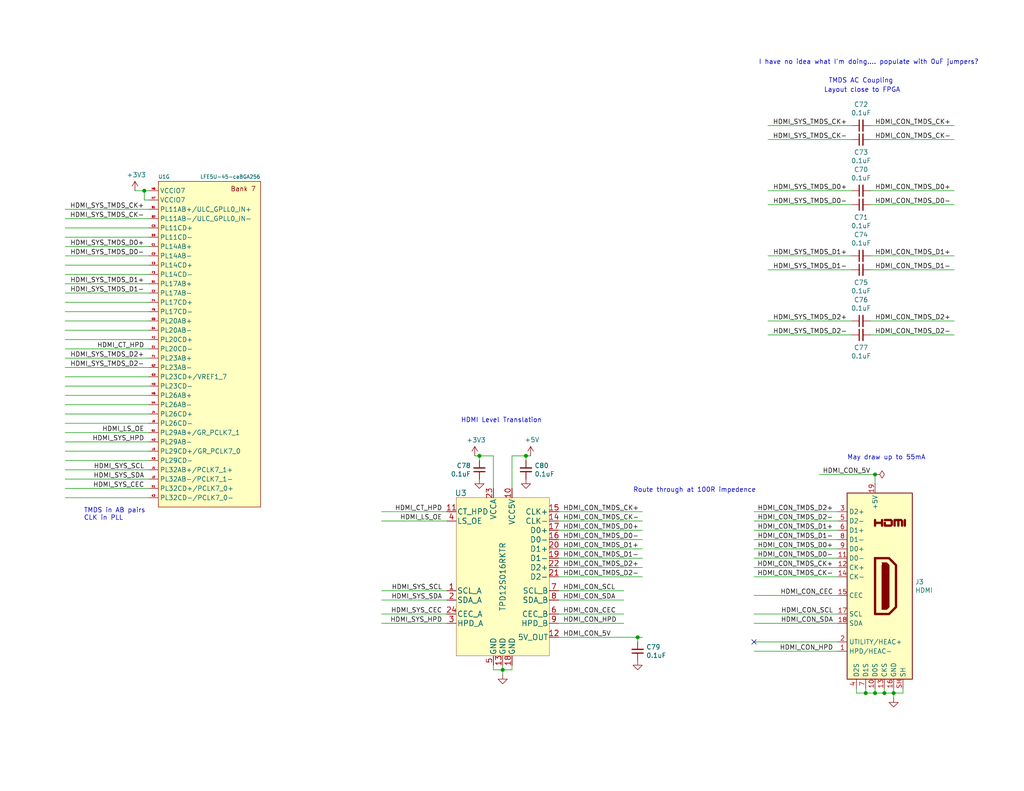
<source format=kicad_sch>
(kicad_sch (version 20200512) (host eeschema "(5.99.0-1839-gb83d64fc0)")
  (page 7 8)
  (paper "USLetter")
  (title_block (title "Display TX (MIPI/HDMI)") (rev "r0A"))
  (lib_symbols
    (symbol "Connector:HDMI_D_1.4" (pin_names (offset 0.508))
      (property "Reference" "J" (at -6.35 26.67 0))
      (property "Value" "HDMI_D_1.4" (at 10.16 26.67 0))
      (symbol "HDMI_D_1.4_0_1"
        (rectangle (start -7.62 25.4) (end 10.16 -25.4) (stroke (width 0.254)) (fill (type background)))
        (polyline (pts (xy 0 7.62) (xy 3.81 7.62) (xy 5.715 5.715) (xy 5.715 -5.715) (xy 3.81 -7.62) (xy 0 -7.62) (xy 0 7.62)) (stroke (width 0.635)))
        (polyline (pts (xy 1.905 6.35) (xy 3.175 6.35) (xy 3.81 5.715) (xy 3.81 -5.715) (xy 3.175 -6.35) (xy 1.905 -6.35) (xy 1.905 5.715)) (stroke (width 0.254)) (fill (type outline)))
        (polyline (pts (xy 5.334 16.51) (xy 5.334 18.034) (xy 6.35 18.034) (xy 6.35 16.51) (xy 6.35 18.034) (xy 7.112 18.034) (xy 7.366 17.78) (xy 7.366 16.51)) (stroke (width 0.635)))
      )
      (symbol "HDMI_D_1.4_0_0"
        (polyline (pts (xy 8.128 16.51) (xy 8.128 18.034)) (stroke (width 0.635)))
        (polyline (pts (xy 0 16.51) (xy 0 18.034) (xy 0 17.272) (xy 1.905 17.272) (xy 1.905 18.034) (xy 1.905 16.51)) (stroke (width 0.635)))
        (polyline (pts (xy 2.667 18.034) (xy 4.318 18.034) (xy 4.572 17.78) (xy 4.572 16.764) (xy 4.318 16.51) (xy 2.667 16.51) (xy 2.667 17.272)) (stroke (width 0.635)))
      )
      (symbol "HDMI_D_1.4_1_1"
        (pin passive line (at -10.16 -17.78 0) (length 2.54) (name "HPD/HEAC-") (number "1"))
        (pin power_in line (at 0 -27.94 90) (length 2.54) (name "D0S") (number "10"))
        (pin passive line (at -10.16 7.62 0) (length 2.54) (name "D0-") (number "11"))
        (pin passive line (at -10.16 5.08 0) (length 2.54) (name "CK+") (number "12"))
        (pin power_in line (at 2.54 -27.94 90) (length 2.54) (name "CKS") (number "13"))
        (pin passive line (at -10.16 2.54 0) (length 2.54) (name "CK-") (number "14"))
        (pin bidirectional line (at -10.16 -2.54 0) (length 2.54) (name "CEC") (number "15"))
        (pin power_in line (at 5.08 -27.94 90) (length 2.54) (name "GND") (number "16"))
        (pin passive line (at -10.16 -7.62 0) (length 2.54) (name "SCL") (number "17"))
        (pin bidirectional line (at -10.16 -10.16 0) (length 2.54) (name "SDA") (number "18"))
        (pin power_in line (at 0 27.94 270) (length 2.54) (name "+5V") (number "19"))
        (pin passive line (at -10.16 -15.24 0) (length 2.54) (name "UTILITY/HEAC+") (number "2"))
        (pin passive line (at -10.16 20.32 0) (length 2.54) (name "D2+") (number "3"))
        (pin power_in line (at -5.08 -27.94 90) (length 2.54) (name "D2S") (number "4"))
        (pin passive line (at -10.16 17.78 0) (length 2.54) (name "D2-") (number "5"))
        (pin passive line (at -10.16 15.24 0) (length 2.54) (name "D1+") (number "6"))
        (pin power_in line (at -2.54 -27.94 90) (length 2.54) (name "D1S") (number "7"))
        (pin passive line (at -10.16 12.7 0) (length 2.54) (name "D1-") (number "8"))
        (pin passive line (at -10.16 10.16 0) (length 2.54) (name "D0+") (number "9"))
        (pin passive line (at 7.62 -27.94 90) (length 2.54) (name "SH") (number "SH"))
      )
    )
    (symbol "Device:C_Small" (pin_numbers hide) (pin_names (offset 0.254) hide)
      (property "Reference" "C" (at 0.254 1.778 0))
      (property "Value" "C_Small" (at 0.254 -2.032 0))
      (symbol "C_Small_0_1"
        (polyline (pts (xy -1.524 -0.508) (xy 1.524 -0.508)) (stroke (width 0.3302)))
        (polyline (pts (xy -1.524 0.508) (xy 1.524 0.508)) (stroke (width 0.3048)))
      )
      (symbol "C_Small_1_1"
        (pin passive line (at 0 2.54 270) (length 2.032) (name "~") (number "1"))
        (pin passive line (at 0 -2.54 90) (length 2.032) (name "~") (number "2"))
      )
    )
    (symbol "Device:C_Small_2" (pin_numbers hide) (pin_names (offset 0.254) hide)
      (property "Reference" "C" (at 0.254 1.778 0))
      (property "Value" "C_Small" (at 0.254 -2.032 0))
      (symbol "C_Small_2_0_1"
        (polyline (pts (xy -1.524 -0.508) (xy 1.524 -0.508)) (stroke (width 0.3302)))
        (polyline (pts (xy -1.524 0.508) (xy 1.524 0.508)) (stroke (width 0.3048)))
      )
      (symbol "C_Small_2_1_1"
        (pin passive line (at 0 2.54 270) (length 2.032) (name "~") (number "1"))
        (pin passive line (at 0 -2.54 90) (length 2.032) (name "~") (number "2"))
      )
    )
    (symbol "Device:C_Small_3" (pin_numbers hide) (pin_names (offset 0.254) hide)
      (property "Reference" "C" (at 0.254 1.778 0))
      (property "Value" "C_Small" (at 0.254 -2.032 0))
      (symbol "C_Small_3_0_1"
        (polyline (pts (xy -1.524 -0.508) (xy 1.524 -0.508)) (stroke (width 0.3302)))
        (polyline (pts (xy -1.524 0.508) (xy 1.524 0.508)) (stroke (width 0.3048)))
      )
      (symbol "C_Small_3_1_1"
        (pin passive line (at 0 2.54 270) (length 2.032) (name "~") (number "1"))
        (pin passive line (at 0 -2.54 90) (length 2.032) (name "~") (number "2"))
      )
    )
    (symbol "Device:C_Small_4" (pin_numbers hide) (pin_names (offset 0.254) hide)
      (property "Reference" "C" (at 0.254 1.778 0))
      (property "Value" "C_Small" (at 0.254 -2.032 0))
      (symbol "C_Small_4_0_1"
        (polyline (pts (xy -1.524 -0.508) (xy 1.524 -0.508)) (stroke (width 0.3302)))
        (polyline (pts (xy -1.524 0.508) (xy 1.524 0.508)) (stroke (width 0.3048)))
      )
      (symbol "C_Small_4_1_1"
        (pin passive line (at 0 2.54 270) (length 2.032) (name "~") (number "1"))
        (pin passive line (at 0 -2.54 90) (length 2.032) (name "~") (number "2"))
      )
    )
    (symbol "Device:C_Small_5" (pin_numbers hide) (pin_names (offset 0.254) hide)
      (property "Reference" "C" (at 0.254 1.778 0))
      (property "Value" "C_Small" (at 0.254 -2.032 0))
      (symbol "C_Small_5_0_1"
        (polyline (pts (xy -1.524 -0.508) (xy 1.524 -0.508)) (stroke (width 0.3302)))
        (polyline (pts (xy -1.524 0.508) (xy 1.524 0.508)) (stroke (width 0.3048)))
      )
      (symbol "C_Small_5_1_1"
        (pin passive line (at 0 2.54 270) (length 2.032) (name "~") (number "1"))
        (pin passive line (at 0 -2.54 90) (length 2.032) (name "~") (number "2"))
      )
    )
    (symbol "FPGA_Lattice_RD:LFE5U-XX-XBG256_7"
      (property "Reference" "U" (at 0 21.59 0))
      (property "Value" "LFE5U-XX-XBG256" (at 0 20.32 0))
      (symbol "LFE5U-XX-XBG256_7_2_1"
        (text "Bank 0" (at 12.7 16.51 0) (effects (font (size 1.27 1.27)) (justify right top)))
        (rectangle (start -13.97 17.78) (end 13.97 -50.8) (fill (type background)))
        (pin bidirectional line (at -16.51 10.16 0) (length 2.4892) (name "PT4AB+") (number "A2"))
        (pin bidirectional line (at -16.51 5.08 0) (length 2.4892) (name "PT6AB+") (number "A3"))
        (pin bidirectional line (at -16.51 2.54 0) (length 2.4892) (name "PT6AB-") (number "A4"))
        (pin bidirectional line (at -16.51 -20.32 0) (length 2.4892) (name "PT18AB+") (number "A5"))
        (pin bidirectional line (at -16.51 -22.86 0) (length 2.4892) (name "PT18AB-") (number "A6"))
        (pin bidirectional line (at -16.51 -45.72 0) (length 2.4892) (name "PT38AB+/PCLKT0_0") (number "A7"))
        (pin bidirectional line (at -16.51 -48.26 0) (length 2.4892) (name "PT38AB-/PCLKC0_0") (number "A8"))
        (pin bidirectional line (at -16.51 7.62 0) (length 2.4892) (name "PT4AB-/ULC_GPLL1_IN-") (number "B3"))
        (pin bidirectional line (at -16.51 -7.62 0) (length 2.4892) (name "PT11AB-") (number "B4"))
        (pin bidirectional line (at -16.51 -17.78 0) (length 2.4892) (name "PT15AB-") (number "B5"))
        (pin bidirectional line (at -16.51 -33.02 0) (length 2.4892) (name "PT31AB-") (number "B6"))
        (pin bidirectional line (at -16.51 -43.18 0) (length 2.4892) (name "PT36AB-/PCLK0_1-") (number "B7"))
        (pin bidirectional line (at -16.51 -5.08 0) (length 2.4892) (name "PT11AB+") (number "C4"))
        (pin bidirectional line (at -16.51 -15.24 0) (length 2.4892) (name "PT15AB+") (number "C5"))
        (pin bidirectional line (at -16.51 -30.48 0) (length 2.4892) (name "PT31AB+") (number "C6"))
        (pin bidirectional line (at -16.51 -40.64 0) (length 2.4892) (name "PT36AB+/PCLK0_1+") (number "C7"))
        (pin bidirectional line (at -16.51 -2.54 0) (length 2.4892) (name "PT9AB-") (number "D4"))
        (pin bidirectional line (at -16.51 -12.7 0) (length 2.4892) (name "PT13AB-") (number "D5"))
        (pin bidirectional line (at -16.51 -27.94 0) (length 2.4892) (name "PT20AB-") (number "D6"))
        (pin bidirectional line (at -16.51 -38.1 0) (length 2.4892) (name "PT33AB-/GR_PCLK0_0") (number "D7"))
        (pin bidirectional line (at -16.51 0 0) (length 2.4892) (name "PT9AB+") (number "E4"))
        (pin bidirectional line (at -16.51 -10.16 0) (length 2.4892) (name "PT13AB+") (number "E5"))
        (pin bidirectional line (at -16.51 -25.4 0) (length 2.4892) (name "PT20AB+") (number "E6"))
        (pin bidirectional line (at -16.51 -35.56 0) (length 2.4892) (name "PT33AB+/GR_PCLK0_1") (number "E7"))
        (pin power_in line (at -16.51 15.24 0) (length 2.4892) (name "VCCIO0") (number "F6"))
        (pin power_in line (at -16.51 12.7 0) (length 2.4892) (name "VCCIO0") (number "F7"))
      )
      (symbol "LFE5U-XX-XBG256_7_3_1"
        (text "Bank 1" (at 12.7 16.51 0) (effects (font (size 1.27 1.27)) (justify right top)))
        (rectangle (start -13.97 17.78) (end 13.97 -71.12) (fill (type background)))
        (pin bidirectional line (at -16.51 -12.7 0) (length 2.4892) (name "PT51AB-") (number "A10"))
        (pin bidirectional line (at -16.51 -35.56 0) (length 2.4892) (name "PT71AB+") (number "A11"))
        (pin bidirectional line (at -16.51 -38.1 0) (length 2.4892) (name "PT71AB-") (number "A12"))
        (pin bidirectional line (at -16.51 -60.96 0) (length 2.4892) (name "PT83AB+") (number "A13"))
        (pin bidirectional line (at -16.51 -63.5 0) (length 2.4892) (name "PT83AB-") (number "A14"))
        (pin bidirectional line (at -16.51 -68.58 0) (length 2.4892) (name "PT85AB-") (number "A15"))
        (pin bidirectional line (at -16.51 -10.16 0) (length 2.4892) (name "PT51AB+") (number "A9"))
        (pin bidirectional line (at -16.51 -15.24 0) (length 2.4892) (name "PT53AB+") (number "B10"))
        (pin bidirectional line (at -16.51 -25.4 0) (length 2.4892) (name "PT58AB+") (number "B11"))
        (pin bidirectional line (at -16.51 -40.64 0) (length 2.4892) (name "PT74AB+") (number "B12"))
        (pin bidirectional line (at -16.51 -50.8 0) (length 2.4892) (name "PT78AB+") (number "B13"))
        (pin bidirectional line (at -16.51 -66.04 0) (length 2.4892) (name "PT85AB+/URC_GPLL1_IN+") (number "B14"))
        (pin bidirectional line (at -16.51 2.54 0) (length 2.4892) (name "PT44AB-/PCLK1_0-") (number "B8"))
        (pin bidirectional line (at -16.51 0 0) (length 2.4892) (name "PT47AB+/GR_PCLK1_0") (number "B9"))
        (pin bidirectional line (at -16.51 -17.78 0) (length 2.4892) (name "PT53AB-") (number "C10"))
        (pin bidirectional line (at -16.51 -27.94 0) (length 2.4892) (name "PT58AB-") (number "C11"))
        (pin bidirectional line (at -16.51 -43.18 0) (length 2.4892) (name "PT74AB-") (number "C12"))
        (pin bidirectional line (at -16.51 -53.34 0) (length 2.4892) (name "PT78AB-") (number "C13"))
        (pin bidirectional line (at -16.51 5.08 0) (length 2.4892) (name "PT44AB+/PCLK1_0+") (number "C8"))
        (pin bidirectional line (at -16.51 -2.54 0) (length 2.4892) (name "PT47AB-/GR_PCLK1_1") (number "C9"))
        (pin bidirectional line (at -16.51 -20.32 0) (length 2.4892) (name "PT56AB+") (number "D10"))
        (pin bidirectional line (at -16.51 -30.48 0) (length 2.4892) (name "PT69AB+") (number "D11"))
        (pin bidirectional line (at -16.51 -45.72 0) (length 2.4892) (name "PT76AB+") (number "D12"))
        (pin bidirectional line (at -16.51 -55.88 0) (length 2.4892) (name "PT80AB+") (number "D13"))
        (pin bidirectional line (at -16.51 7.62 0) (length 2.4892) (name "PT42AB-/PCLK1_1-") (number "D8"))
        (pin bidirectional line (at -16.51 -5.08 0) (length 2.4892) (name "PT49AB+") (number "D9"))
        (pin bidirectional line (at -16.51 -22.86 0) (length 2.4892) (name "PT56AB-") (number "E10"))
        (pin bidirectional line (at -16.51 -33.02 0) (length 2.4892) (name "PT69AB-") (number "E11"))
        (pin bidirectional line (at -16.51 -48.26 0) (length 2.4892) (name "PT76AB-") (number "E12"))
        (pin bidirectional line (at -16.51 -58.42 0) (length 2.4892) (name "PT80AB-") (number "E13"))
        (pin bidirectional line (at -16.51 10.16 0) (length 2.4892) (name "PT42AB+/PCLK1_1+") (number "E8"))
        (pin bidirectional line (at -16.51 -7.62 0) (length 2.4892) (name "PT49AB-") (number "E9"))
        (pin power_in line (at -16.51 15.24 0) (length 2.4892) (name "VCCIO1") (number "F10"))
        (pin power_in line (at -16.51 12.7 0) (length 2.4892) (name "VCCIO1") (number "F11"))
      )
      (symbol "LFE5U-XX-XBG256_7_4_1"
        (text "Bank 2" (at 12.7 16.51 0) (effects (font (size 1.27 1.27)) (justify right top)))
        (rectangle (start -13.97 17.78) (end 13.97 -71.12) (fill (type background)))
        (pin bidirectional line (at -16.51 7.62 0) (length 2.4892) (name "PR11AB-/URC_GPLL0_IN-") (number "B15"))
        (pin bidirectional line (at -16.51 10.16 0) (length 2.4892) (name "PR11AB+/ULC_GPLL0_IN+") (number "B16"))
        (pin bidirectional line (at -16.51 5.08 0) (length 2.4892) (name "PR11CD+") (number "C14"))
        (pin bidirectional line (at -16.51 -2.54 0) (length 2.4892) (name "PR14AB-") (number "C15"))
        (pin bidirectional line (at -16.51 0 0) (length 2.4892) (name "PR14AB+") (number "C16"))
        (pin bidirectional line (at -16.51 2.54 0) (length 2.4892) (name "PR11CD-") (number "D14"))
        (pin bidirectional line (at -16.51 -10.16 0) (length 2.4892) (name "PR17AB+") (number "D16"))
        (pin bidirectional line (at -16.51 -5.08 0) (length 2.4892) (name "PR14CD+") (number "E14"))
        (pin bidirectional line (at -16.51 -12.7 0) (length 2.4892) (name "PR17AB-") (number "E15"))
        (pin bidirectional line (at -16.51 -27.94 0) (length 2.4892) (name "PR20CD-") (number "E16"))
        (pin bidirectional line (at -16.51 -17.78 0) (length 2.4892) (name "PR17CD-") (number "F12"))
        (pin bidirectional line (at -16.51 -15.24 0) (length 2.4892) (name "PR17CD+") (number "F13"))
        (pin bidirectional line (at -16.51 -7.62 0) (length 2.4892) (name "PR14CD-") (number "F14"))
        (pin bidirectional line (at -16.51 -25.4 0) (length 2.4892) (name "PR20CD+") (number "F15"))
        (pin bidirectional line (at -16.51 -30.48 0) (length 2.4892) (name "PR23AB+") (number "F16"))
        (pin bidirectional line (at -16.51 -20.32 0) (length 2.4892) (name "PR20AB+") (number "G12"))
        (pin bidirectional line (at -16.51 -22.86 0) (length 2.4892) (name "PR20AB-") (number "G13"))
        (pin bidirectional line (at -16.51 -35.56 0) (length 2.4892) (name "PR23CD+/VREF1_2") (number "G14"))
        (pin bidirectional line (at -16.51 -33.02 0) (length 2.4892) (name "PR23AB-") (number "G15"))
        (pin bidirectional line (at -16.51 -50.8 0) (length 2.4892) (name "PR29AB+/GR_PCLK2_1") (number "G16"))
        (pin power_in line (at -16.51 15.24 0) (length 2.4892) (name "VCCIO2") (number "H11"))
        (pin bidirectional line (at -16.51 -40.64 0) (length 2.4892) (name "PR26AB+") (number "H12"))
        (pin bidirectional line (at -16.51 -43.18 0) (length 2.4892) (name "PR26AB-") (number "H13"))
        (pin bidirectional line (at -16.51 -38.1 0) (length 2.4892) (name "PR23CD-") (number "H14"))
        (pin bidirectional line (at -16.51 -53.34 0) (length 2.4892) (name "PR29AB-") (number "H15"))
        (pin power_in line (at -16.51 12.7 0) (length 2.4892) (name "VCCIO2") (number "J11"))
        (pin bidirectional line (at -16.51 -48.26 0) (length 2.4892) (name "PR26CD-") (number "J12"))
        (pin bidirectional line (at -16.51 -45.72 0) (length 2.4892) (name "PR26CD+") (number "J13"))
        (pin bidirectional line (at -16.51 -55.88 0) (length 2.4892) (name "PR29CD+/GR_PCLK2_0") (number "J14"))
        (pin bidirectional line (at -16.51 -63.5 0) (length 2.4892) (name "PR32AB-/PCLK2_1-") (number "J15"))
        (pin bidirectional line (at -16.51 -60.96 0) (length 2.4892) (name "PR32AB+/PCLK2_1+") (number "J16"))
        (pin bidirectional line (at -16.51 -58.42 0) (length 2.4892) (name "PR29CD-") (number "K14"))
        (pin bidirectional line (at -16.51 -68.58 0) (length 2.4892) (name "PR32CD-/PCLK2_0-") (number "K15"))
        (pin bidirectional line (at -16.51 -66.04 0) (length 2.4892) (name "PR32CD+/PCLK2_0+") (number "K16"))
      )
      (symbol "LFE5U-XX-XBG256_7_5_1"
        (text "Bank 3" (at 12.7 16.51 0) (effects (font (size 1.27 1.27)) (justify right top)))
        (rectangle (start -13.97 17.78) (end 13.97 -71.12) (fill (type background)))
        (pin power_in line (at -16.51 15.24 0) (length 2.4892) (name "VCCIO3") (number "K11"))
        (pin bidirectional line (at -16.51 -2.54 0) (length 2.4892) (name "PR38AB-") (number "K12"))
        (pin bidirectional line (at -16.51 0 0) (length 2.4892) (name "PR38AB+/GR_PCLK3_0") (number "K13"))
        (pin power_in line (at -16.51 12.7 0) (length 2.4892) (name "VCCIO3") (number "L11"))
        (pin bidirectional line (at -16.51 -7.62 0) (length 2.4892) (name "PR38CD-") (number "L12"))
        (pin bidirectional line (at -16.51 -5.08 0) (length 2.4892) (name "PR38CD+/GR_PCLK3_1") (number "L13"))
        (pin bidirectional line (at -16.51 -15.24 0) (length 2.4892) (name "PR41CD+") (number "L14"))
        (pin bidirectional line (at -16.51 7.62 0) (length 2.4892) (name "PR35AB-/PCLK3_1-") (number "L15"))
        (pin bidirectional line (at -16.51 10.16 0) (length 2.4892) (name "PR35AB+/PCLK3_1+") (number "L16"))
        (pin bidirectional line (at -16.51 -60.96 0) (length 2.4892) (name "PR68AB+") (number "M11"))
        (pin bidirectional line (at -16.51 -55.88 0) (length 2.4892) (name "PR65CD+") (number "M12"))
        (pin bidirectional line (at -16.51 -25.4 0) (length 2.4892) (name "PR44CD+") (number "M13"))
        (pin bidirectional line (at -16.51 -17.78 0) (length 2.4892) (name "PR41CD-") (number "M14"))
        (pin bidirectional line (at -16.51 2.54 0) (length 2.4892) (name "PR35CD-/PCLK3_0-") (number "M15"))
        (pin bidirectional line (at -16.51 5.08 0) (length 2.4892) (name "PR35CD+/PCLK3_0+") (number "M16"))
        (pin bidirectional line (at -16.51 -63.5 0) (length 2.4892) (name "PR68AB-") (number "N11"))
        (pin bidirectional line (at -16.51 -58.42 0) (length 2.4892) (name "PR65CD-") (number "N12"))
        (pin bidirectional line (at -16.51 -30.48 0) (length 2.4892) (name "PR59AB+") (number "N13"))
        (pin bidirectional line (at -16.51 -27.94 0) (length 2.4892) (name "PR44CD-") (number "N14"))
        (pin bidirectional line (at -16.51 -10.16 0) (length 2.4892) (name "PR41AB+") (number "N16"))
        (pin bidirectional line (at -16.51 -66.04 0) (length 2.4892) (name "PR68CD+/LRC_GPLL0_IN+") (number "P11"))
        (pin bidirectional line (at -16.51 -68.58 0) (length 2.4892) (name "PR68CD-/LRC_GPLL0_IN-") (number "P12"))
        (pin bidirectional line (at -16.51 -40.64 0) (length 2.4892) (name "PR62AB+") (number "P13"))
        (pin bidirectional line (at -16.51 -33.02 0) (length 2.4892) (name "PR59AB-") (number "P14"))
        (pin bidirectional line (at -16.51 -12.7 0) (length 2.4892) (name "PR41AB-") (number "P15"))
        (pin bidirectional line (at -16.51 -20.32 0) (length 2.4892) (name "PR44AB+") (number "P16"))
        (pin bidirectional line (at -16.51 -50.8 0) (length 2.4892) (name "PR65AB+") (number "R12"))
        (pin bidirectional line (at -16.51 -45.72 0) (length 2.4892) (name "PR62CD+") (number "R13"))
        (pin bidirectional line (at -16.51 -43.18 0) (length 2.4892) (name "PR62AB-") (number "R14"))
        (pin bidirectional line (at -16.51 -35.56 0) (length 2.4892) (name "PR59CD+") (number "R15"))
        (pin bidirectional line (at -16.51 -22.86 0) (length 2.4892) (name "PR44AB-/VREF1_3") (number "R16"))
        (pin bidirectional line (at -16.51 -53.34 0) (length 2.4892) (name "PR65AB-") (number "T13"))
        (pin bidirectional line (at -16.51 -48.26 0) (length 2.4892) (name "PR62CD-") (number "T14"))
        (pin bidirectional line (at -16.51 -38.1 0) (length 2.4892) (name "PR59CD-") (number "T15"))
      )
      (symbol "LFE5U-XX-XBG256_7_6_1"
        (text "Bank 6" (at 12.7 16.51 0) (effects (font (size 1.27 1.27)) (justify right top)))
        (rectangle (start -13.97 17.78) (end 13.97 -71.12) (fill (type background)))
        (pin power_in line (at -16.51 15.24 0) (length 2.4892) (name "VCCIO6") (number "J6"))
        (pin power_in line (at -16.51 12.7 0) (length 2.4892) (name "VCCIO6") (number "J7"))
        (pin bidirectional line (at -16.51 0 0) (length 2.4892) (name "PL38AB+/GR_PCLK6_0") (number "K4"))
        (pin bidirectional line (at -16.51 -2.54 0) (length 2.4892) (name "PL38AB-") (number "K5"))
        (pin bidirectional line (at -16.51 10.16 0) (length 2.4892) (name "PL35AB+/PCLK6_1+") (number "L1"))
        (pin bidirectional line (at -16.51 7.62 0) (length 2.4892) (name "PL35AB-/PCLK6_1-") (number "L2"))
        (pin bidirectional line (at -16.51 -15.24 0) (length 2.4892) (name "PL41CD+") (number "L3"))
        (pin bidirectional line (at -16.51 -5.08 0) (length 2.4892) (name "PL38CD+/GR_PCLK6_1") (number "L4"))
        (pin bidirectional line (at -16.51 -7.62 0) (length 2.4892) (name "PL38CD-") (number "L5"))
        (pin bidirectional line (at -16.51 5.08 0) (length 2.4892) (name "PL35CD+/PCLK6_0+") (number "M1"))
        (pin bidirectional line (at -16.51 2.54 0) (length 2.4892) (name "PL35CD-/PCLK6_0-") (number "M2"))
        (pin bidirectional line (at -16.51 -17.78 0) (length 2.4892) (name "PL41CD-") (number "M3"))
        (pin bidirectional line (at -16.51 -25.4 0) (length 2.4892) (name "PL44CD+") (number "M4"))
        (pin bidirectional line (at -16.51 -55.88 0) (length 2.4892) (name "PL65CD+") (number "M5"))
        (pin bidirectional line (at -16.51 -60.96 0) (length 2.4892) (name "PL68AB+") (number "M6"))
        (pin bidirectional line (at -16.51 -10.16 0) (length 2.4892) (name "PL41AB+") (number "N1"))
        (pin bidirectional line (at -16.51 -27.94 0) (length 2.4892) (name "PL44CD-") (number "N3"))
        (pin bidirectional line (at -16.51 -30.48 0) (length 2.4892) (name "PL59AB+") (number "N4"))
        (pin bidirectional line (at -16.51 -58.42 0) (length 2.4892) (name "PL65CD-") (number "N5"))
        (pin bidirectional line (at -16.51 -63.5 0) (length 2.4892) (name "PL68AB-") (number "N6"))
        (pin bidirectional line (at -16.51 -20.32 0) (length 2.4892) (name "PL44AB+") (number "P1"))
        (pin bidirectional line (at -16.51 -12.7 0) (length 2.4892) (name "PL41AB-") (number "P2"))
        (pin bidirectional line (at -16.51 -33.02 0) (length 2.4892) (name "PL59AB-") (number "P3"))
        (pin bidirectional line (at -16.51 -40.64 0) (length 2.4892) (name "PL62AB+") (number "P4"))
        (pin bidirectional line (at -16.51 -68.58 0) (length 2.4892) (name "PL68CD-/LLC_GPLL0_IN-") (number "P5"))
        (pin bidirectional line (at -16.51 -66.04 0) (length 2.4892) (name "PL68CD+/LLC_GPLL0_IN+") (number "P6"))
        (pin bidirectional line (at -16.51 -22.86 0) (length 2.4892) (name "PL44AB-/VREF1_6") (number "R1"))
        (pin bidirectional line (at -16.51 -35.56 0) (length 2.4892) (name "PL59CD+") (number "R2"))
        (pin bidirectional line (at -16.51 -43.18 0) (length 2.4892) (name "PL62AB-") (number "R3"))
        (pin bidirectional line (at -16.51 -45.72 0) (length 2.4892) (name "PL62CD+") (number "R4"))
        (pin bidirectional line (at -16.51 -50.8 0) (length 2.4892) (name "PL65AB+") (number "R5"))
        (pin bidirectional line (at -16.51 -38.1 0) (length 2.4892) (name "PL59CD-") (number "T2"))
        (pin bidirectional line (at -16.51 -48.26 0) (length 2.4892) (name "PL62CD-") (number "T3"))
        (pin bidirectional line (at -16.51 -53.34 0) (length 2.4892) (name "PL65AB-") (number "T4"))
      )
      (symbol "LFE5U-XX-XBG256_7_7_1"
        (text "Bank 7" (at 12.7 16.51 0) (effects (font (size 1.27 1.27)) (justify right top)))
        (rectangle (start -13.97 17.78) (end 13.97 -71.12) (fill (type background)))
        (pin bidirectional line (at -16.51 10.16 0) (length 2.4892) (name "PL11AB+/ULC_GPLL0_IN+") (number "B1"))
        (pin bidirectional line (at -16.51 7.62 0) (length 2.4892) (name "PL11AB-/ULC_GPLL0_IN-") (number "B2"))
        (pin bidirectional line (at -16.51 0 0) (length 2.4892) (name "PL14AB+") (number "C1"))
        (pin bidirectional line (at -16.51 -2.54 0) (length 2.4892) (name "PL14AB-") (number "C2"))
        (pin bidirectional line (at -16.51 5.08 0) (length 2.4892) (name "PL11CD+") (number "C3"))
        (pin bidirectional line (at -16.51 -10.16 0) (length 2.4892) (name "PL17AB+") (number "D1"))
        (pin bidirectional line (at -16.51 2.54 0) (length 2.4892) (name "PL11CD-") (number "D3"))
        (pin bidirectional line (at -16.51 -27.94 0) (length 2.4892) (name "PL20CD-") (number "E1"))
        (pin bidirectional line (at -16.51 -12.7 0) (length 2.4892) (name "PL17AB-") (number "E2"))
        (pin bidirectional line (at -16.51 -5.08 0) (length 2.4892) (name "PL14CD+") (number "E3"))
        (pin bidirectional line (at -16.51 -30.48 0) (length 2.4892) (name "PL23AB+") (number "F1"))
        (pin bidirectional line (at -16.51 -25.4 0) (length 2.4892) (name "PL20CD+") (number "F2"))
        (pin bidirectional line (at -16.51 -7.62 0) (length 2.4892) (name "PL14CD-") (number "F3"))
        (pin bidirectional line (at -16.51 -15.24 0) (length 2.4892) (name "PL17CD+") (number "F4"))
        (pin bidirectional line (at -16.51 -17.78 0) (length 2.4892) (name "PL17CD-") (number "F5"))
        (pin bidirectional line (at -16.51 -50.8 0) (length 2.4892) (name "PL29AB+/GR_PCLK7_1") (number "G1"))
        (pin bidirectional line (at -16.51 -33.02 0) (length 2.4892) (name "PL23AB-") (number "G2"))
        (pin bidirectional line (at -16.51 -35.56 0) (length 2.4892) (name "PL23CD+/VREF1_7") (number "G3"))
        (pin bidirectional line (at -16.51 -22.86 0) (length 2.4892) (name "PL20AB-") (number "G4"))
        (pin bidirectional line (at -16.51 -20.32 0) (length 2.4892) (name "PL20AB+") (number "G5"))
        (pin bidirectional line (at -16.51 -53.34 0) (length 2.4892) (name "PL29AB-") (number "H2"))
        (pin bidirectional line (at -16.51 -38.1 0) (length 2.4892) (name "PL23CD-") (number "H3"))
        (pin bidirectional line (at -16.51 -43.18 0) (length 2.4892) (name "PL26AB-") (number "H4"))
        (pin bidirectional line (at -16.51 -40.64 0) (length 2.4892) (name "PL26AB+") (number "H5"))
        (pin power_in line (at -16.51 15.24 0) (length 2.4892) (name "VCCIO7") (number "H6"))
        (pin power_in line (at -16.51 12.7 0) (length 2.4892) (name "VCCIO7") (number "H7"))
        (pin bidirectional line (at -16.51 -60.96 0) (length 2.4892) (name "PL32AB+/PCLK7_1+") (number "J1"))
        (pin bidirectional line (at -16.51 -63.5 0) (length 2.4892) (name "PL32AB-/PCLK7_1-") (number "J2"))
        (pin bidirectional line (at -16.51 -55.88 0) (length 2.4892) (name "PL29CD+/GR_PCLK7_0") (number "J3"))
        (pin bidirectional line (at -16.51 -45.72 0) (length 2.4892) (name "PL26CD+") (number "J4"))
        (pin bidirectional line (at -16.51 -48.26 0) (length 2.4892) (name "PL26CD-") (number "J5"))
        (pin bidirectional line (at -16.51 -66.04 0) (length 2.4892) (name "PL32CD+/PCLK7_0+") (number "K1"))
        (pin bidirectional line (at -16.51 -68.58 0) (length 2.4892) (name "PL32CD-/PCLK7_0-") (number "K2"))
        (pin bidirectional line (at -16.51 -58.42 0) (length 2.4892) (name "PL29CD-") (number "K3"))
      )
      (symbol "LFE5U-XX-XBG256_7_8_1"
        (text "Bank 8" (at 19.05 16.51 0) (effects (font (size 1.27 1.27)) (justify right top)))
        (rectangle (start -17.78 17.78) (end 20.32 -52.07) (fill (type background)))
        (pin power_in line (at -20.32 15.24 0) (length 2.4892) (name "VCCIO8") (number "L6"))
        (pin output line (at -20.32 3.81 0) (length 2.4892) (name "TDO") (number "M10"))
        (pin bidirectional line (at -20.32 -31.75 0) (length 2.4892) (name "PB9AB-/D2/IO2") (number "M7"))
        (pin bidirectional line (at -20.32 -44.45 0) (length 2.4892) (name "PB15AB-/DOUT/~CSO") (number "M8"))
        (pin bidirectional line (at -20.32 -49.53 0) (length 2.4892) (name "PB18A/~WRITE") (number "M9"))
        (pin input line (at -20.32 1.27 0) (length 2.4892) (name "CFG_0") (number "N10"))
        (pin bidirectional line (at -20.32 -29.21 0) (length 2.4892) (name "PB9AB+/D3/IO3") (number "N7"))
        (pin bidirectional line (at -20.32 -46.99 0) (length 2.4892) (name "PB15AB+/~HOLD~/DI/BUSY/~CSSPI~/~CE~") (number "N8"))
        (pin bidirectional line (at -20.32 -13.97 0) (length 2.4892) (name "CCLK/MCLK/SCK") (number "N9"))
        (pin input line (at -20.32 -1.27 0) (length 2.4892) (name "CFG_1") (number "P10"))
        (pin bidirectional line (at -20.32 -26.67 0) (length 2.4892) (name "PB6AB-/D4/MOSI2/IO4") (number "P7"))
        (pin bidirectional line (at -20.32 -41.91 0) (length 2.4892) (name "PB13AB-/~CS1") (number "P8"))
        (pin bidirectional line (at -20.32 -11.43 0) (length 2.4892) (name "DONE") (number "P9"))
        (pin input line (at -20.32 -3.81 0) (length 2.4892) (name "CFG_2") (number "R10"))
        (pin input line (at -20.32 6.35 0) (length 2.4892) (name "TDI") (number "R11"))
        (pin bidirectional line (at -20.32 -21.59 0) (length 2.4892) (name "PB4AB-/D6/IO6") (number "R6"))
        (pin bidirectional line (at -20.32 -24.13 0) (length 2.4892) (name "PB6AB+/D5/MISO2/IO5") (number "R7"))
        (pin bidirectional line (at -20.32 -39.37 0) (length 2.4892) (name "PB13AB+/SN/~CS") (number "R8"))
        (pin input line (at -20.32 -8.89 0) (length 2.4892) (name "~PROGRAM") (number "R9"))
        (pin input line (at -20.32 8.89 0) (length 2.4892) (name "TCK") (number "T10"))
        (pin input line (at -20.32 11.43 0) (length 2.4892) (name "TMS") (number "T11"))
        (pin bidirectional line (at -20.32 -19.05 0) (length 2.4892) (name "PB4AB+/D7/IO7") (number "T6"))
        (pin bidirectional line (at -20.32 -34.29 0) (length 2.4892) (name "PB11AB+/D1/MISO/IO1") (number "T7"))
        (pin bidirectional line (at -20.32 -36.83 0) (length 2.4892) (name "PB11AB-/D0/MOSI/IO0") (number "T8"))
        (pin bidirectional line (at -20.32 -6.35 0) (length 2.4892) (name "~INIT") (number "T9"))
      )
      (symbol "LFE5U-XX-XBG256_7_1_1"
        (rectangle (start -19.05 17.78) (end 19.05 -7.62) (fill (type background)))
        (pin power_in line (at -16.51 -10.16 90) (length 2.4892) (name "GND") (number "A1"))
        (pin power_in line (at -15.24 -10.16 90) (length 2.4892) (name "GND") (number "A16"))
        (pin power_in line (at -12.7 -10.16 90) (length 2.4892) (name "GND") (number "D15"))
        (pin power_in line (at -13.97 -10.16 90) (length 2.4892) (name "GND") (number "D2"))
        (pin power_in line (at -11.43 -10.16 90) (length 2.4892) (name "GND") (number "F8"))
        (pin power_in line (at -10.16 -10.16 90) (length 2.4892) (name "GND") (number "F9"))
        (pin power_in line (at -7.62 -10.16 90) (length 2.4892) (name "GND") (number "G10"))
        (pin power_in line (at -21.59 0 0) (length 2.4892) (name "VCCAUX") (number "G11"))
        (pin power_in line (at -21.59 15.24 0) (length 2.4892) (name "VCC") (number "G6"))
        (pin power_in line (at -21.59 12.7 0) (length 2.4892) (name "VCC") (number "G7"))
        (pin power_in line (at -8.89 -10.16 90) (length 2.4892) (name "GND") (number "G8"))
        (pin power_in line (at -21.59 10.16 0) (length 2.4892) (name "VCC") (number "G9"))
        (pin power_in line (at -6.35 -10.16 90) (length 2.4892) (name "GND") (number "H1"))
        (pin power_in line (at -2.54 -10.16 90) (length 2.4892) (name "GND") (number "H10"))
        (pin power_in line (at -1.27 -10.16 90) (length 2.4892) (name "GND") (number "H16"))
        (pin power_in line (at -5.08 -10.16 90) (length 2.4892) (name "GND") (number "H8"))
        (pin power_in line (at -3.81 -10.16 90) (length 2.4892) (name "GND") (number "H9"))
        (pin power_in line (at 2.54 -10.16 90) (length 2.4892) (name "GND") (number "J10"))
        (pin power_in line (at 0 -10.16 90) (length 2.4892) (name "GND") (number "J8"))
        (pin power_in line (at 1.27 -10.16 90) (length 2.4892) (name "GND") (number "J9"))
        (pin power_in line (at 8.89 -10.16 90) (length 2.4892) (name "GND") (number "K10"))
        (pin power_in line (at 3.81 -10.16 90) (length 2.4892) (name "GND") (number "K6"))
        (pin power_in line (at 5.08 -10.16 90) (length 2.4892) (name "GND") (number "K7"))
        (pin power_in line (at 6.35 -10.16 90) (length 2.4892) (name "GND") (number "K8"))
        (pin power_in line (at 7.62 -10.16 90) (length 2.4892) (name "GND") (number "K9"))
        (pin power_in line (at -21.59 2.54 0) (length 2.4892) (name "VCC") (number "L10"))
        (pin power_in line (at -21.59 -2.54 0) (length 2.4892) (name "VCCAUX") (number "L7"))
        (pin power_in line (at -21.59 7.62 0) (length 2.4892) (name "VCC") (number "L8"))
        (pin power_in line (at -21.59 5.08 0) (length 2.4892) (name "VCC") (number "L9"))
        (pin power_in line (at 11.43 -10.16 90) (length 2.4892) (name "GND") (number "N15"))
        (pin power_in line (at 10.16 -10.16 90) (length 2.4892) (name "GND") (number "N2"))
        (pin power_in line (at 12.7 -10.16 90) (length 2.4892) (name "GND") (number "T1"))
        (pin power_in line (at 15.24 -10.16 90) (length 2.4892) (name "GND") (number "T12"))
        (pin power_in line (at 16.51 -10.16 90) (length 2.4892) (name "GND") (number "T16"))
        (pin power_in line (at 13.97 -10.16 90) (length 2.4892) (name "GND") (number "T5"))
      )
    )
    (symbol "Interface_HDMI_RD:TPD12S016RKTR" (pin_names (offset 0.254))
      (property "Reference" "U" (at -11.43 15.24 0))
      (property "Value" "TPD12S016RKTR" (at 0 -7.62 90))
      (symbol "TPD12S016RKTR_0_1"
        (rectangle (start -12.7 13.97) (end 12.7 -29.21) (stroke (width 0.001)) (fill (type background)))
      )
      (symbol "TPD12S016RKTR_1_1"
        (pin bidirectional line (at 15.24 -11.43 180) (length 2.54) (name "SCL_A") (number "1"))
        (pin bidirectional line (at 15.24 -13.97 180) (length 2.54) (name "SDA_A") (number "2"))
        (pin output line (at 15.24 -20.32 180) (length 2.54) (name "HPD_A") (number "3"))
        (pin input line (at 15.24 7.62 180) (length 2.54) (name "LS_OE") (number "4"))
        (pin bidirectional line (at -15.24 -17.78 0) (length 2.54) (name "CEC_B") (number "6"))
        (pin bidirectional line (at -15.24 -11.43 0) (length 2.54) (name "SCL_B") (number "7"))
        (pin bidirectional line (at -15.24 -13.97 0) (length 2.54) (name "SDA_B") (number "8"))
        (pin input line (at -15.24 -20.32 0) (length 2.54) (name "HPD_B") (number "9"))
        (pin input line (at 15.24 10.16 180) (length 2.54) (name "CT_HPD") (number "11"))
        (pin power_in line (at -15.24 -24.13 0) (length 2.54) (name "5V_OUT") (number "12"))
        (pin passive line (at -15.24 7.62 0) (length 2.54) (name "CLK-") (number "14"))
        (pin passive line (at -15.24 10.16 0) (length 2.54) (name "CLK+") (number "15"))
        (pin passive line (at -15.24 2.54 0) (length 2.54) (name "D0-") (number "16"))
        (pin passive line (at -15.24 5.08 0) (length 2.54) (name "D0+") (number "17"))
        (pin passive line (at -15.24 -2.54 0) (length 2.54) (name "D1-") (number "19"))
        (pin passive line (at -15.24 0 0) (length 2.54) (name "D1+") (number "20"))
        (pin passive line (at -15.24 -7.62 0) (length 2.54) (name "D2-") (number "21"))
        (pin passive line (at -15.24 -5.08 0) (length 2.54) (name "D2+") (number "22"))
        (pin bidirectional line (at 15.24 -17.78 180) (length 2.54) (name "CEC_A") (number "24"))
        (pin power_in line (at 2.54 -31.75 90) (length 2.54) (name "GND") (number "5"))
        (pin power_in line (at -2.54 16.51 270) (length 2.54) (name "VCC5V") (number "10"))
        (pin power_in line (at 0 -31.75 90) (length 2.54) (name "GND") (number "13"))
        (pin power_in line (at -2.54 -31.75 90) (length 2.54) (name "GND") (number "18"))
        (pin power_in line (at 2.54 16.51 270) (length 2.54) (name "VCCA") (number "23"))
      )
    )
    (symbol "power:+3V3" (power) (pin_names (offset 0))
      (property "Value" "+3V3" (at 0 3.556 0))
      (symbol "+3V3_0_1"
        (polyline (pts (xy -0.762 1.27) (xy 0 2.54)))
        (polyline (pts (xy 0 0) (xy 0 2.54)))
        (polyline (pts (xy 0 2.54) (xy 0.762 1.27)))
      )
      (symbol "+3V3_1_1"
        (pin power_in line (at 0 0 90) (length 0) hide (name "+3V3") (number "1"))
      )
    )
    (symbol "power:+5V" (power) (pin_names (offset 0))
      (property "Value" "+5V" (at 0 3.556 0))
      (symbol "+5V_0_1"
        (polyline (pts (xy -0.762 1.27) (xy 0 2.54)))
        (polyline (pts (xy 0 0) (xy 0 2.54)))
        (polyline (pts (xy 0 2.54) (xy 0.762 1.27)))
      )
      (symbol "+5V_1_1"
        (pin power_in line (at 0 0 90) (length 0) hide (name "+5V") (number "1"))
      )
    )
    (symbol "power:GND" (power) (pin_names (offset 0))
      (property "Value" "GND" (at 0 -3.81 0))
      (symbol "GND_0_1"
        (polyline (pts (xy 0 0) (xy 0 -1.27) (xy 1.27 -1.27) (xy 0 -2.54) (xy -1.27 -1.27) (xy 0 -1.27)))
      )
      (symbol "GND_1_1"
        (pin power_in line (at 0 0 270) (length 0) hide (name "GND") (number "1"))
      )
    )
    (symbol "power:PWR_FLAG" (power) (pin_numbers hide) (pin_names (offset 0) hide)
      (property "Value" "PWR_FLAG" (at 0 3.81 0))
      (symbol "PWR_FLAG_0_1"
        (polyline (pts (xy 0 0) (xy 0 1.27) (xy -1.016 1.905) (xy 0 2.54) (xy 1.016 1.905) (xy 0 1.27)))
      )
      (symbol "PWR_FLAG_0_0"
        (pin power_out line (at 0 0 90) (length 0) (name "pwr") (number "1"))
      )
    )
  )
  (junction (at 39.37 52.07))
  (junction (at 130.81 124.46))
  (junction (at 137.16 182.88))
  (junction (at 143.51 124.46))
  (junction (at 173.99 173.99))
  (junction (at 236.22 189.23))
  (junction (at 238.76 129.54))
  (junction (at 238.76 189.23))
  (junction (at 241.3 189.23))
  (junction (at 243.84 189.23))
  (no_connect (at 205.74 175.26))
  (wire (pts (xy 17.78 57.15) (xy 40.64 57.15)))
  (wire (pts (xy 17.78 59.69) (xy 40.64 59.69)))
  (wire (pts (xy 17.78 62.23) (xy 40.64 62.23)))
  (wire (pts (xy 17.78 64.77) (xy 40.64 64.77)))
  (wire (pts (xy 17.78 67.31) (xy 40.64 67.31)))
  (wire (pts (xy 17.78 69.85) (xy 40.64 69.85)))
  (wire (pts (xy 17.78 72.39) (xy 40.64 72.39)))
  (wire (pts (xy 17.78 74.93) (xy 40.64 74.93)))
  (wire (pts (xy 17.78 77.47) (xy 40.64 77.47)))
  (wire (pts (xy 17.78 80.01) (xy 40.64 80.01)))
  (wire (pts (xy 17.78 82.55) (xy 40.64 82.55)))
  (wire (pts (xy 17.78 85.09) (xy 40.64 85.09)))
  (wire (pts (xy 17.78 87.63) (xy 40.64 87.63)))
  (wire (pts (xy 17.78 90.17) (xy 40.64 90.17)))
  (wire (pts (xy 17.78 92.71) (xy 40.64 92.71)))
  (wire (pts (xy 17.78 95.25) (xy 40.64 95.25)))
  (wire (pts (xy 17.78 97.79) (xy 40.64 97.79)))
  (wire (pts (xy 17.78 100.33) (xy 40.64 100.33)))
  (wire (pts (xy 17.78 102.87) (xy 40.64 102.87)))
  (wire (pts (xy 17.78 105.41) (xy 40.64 105.41)))
  (wire (pts (xy 17.78 107.95) (xy 40.64 107.95)))
  (wire (pts (xy 17.78 110.49) (xy 40.64 110.49)))
  (wire (pts (xy 17.78 113.03) (xy 40.64 113.03)))
  (wire (pts (xy 17.78 115.57) (xy 40.64 115.57)))
  (wire (pts (xy 17.78 118.11) (xy 40.64 118.11)))
  (wire (pts (xy 17.78 120.65) (xy 40.64 120.65)))
  (wire (pts (xy 17.78 123.19) (xy 40.64 123.19)))
  (wire (pts (xy 17.78 125.73) (xy 40.64 125.73)))
  (wire (pts (xy 17.78 128.27) (xy 40.64 128.27)))
  (wire (pts (xy 17.78 130.81) (xy 40.64 130.81)))
  (wire (pts (xy 17.78 133.35) (xy 40.64 133.35)))
  (wire (pts (xy 17.78 135.89) (xy 40.64 135.89)))
  (wire (pts (xy 36.83 52.07) (xy 39.37 52.07)))
  (wire (pts (xy 39.37 52.07) (xy 39.37 54.61)))
  (wire (pts (xy 39.37 54.61) (xy 40.64 54.61)))
  (wire (pts (xy 40.64 52.07) (xy 39.37 52.07)))
  (wire (pts (xy 104.14 139.7) (xy 121.92 139.7)))
  (wire (pts (xy 104.14 142.24) (xy 121.92 142.24)))
  (wire (pts (xy 104.14 161.29) (xy 121.92 161.29)))
  (wire (pts (xy 104.14 163.83) (xy 121.92 163.83)))
  (wire (pts (xy 104.14 167.64) (xy 121.92 167.64)))
  (wire (pts (xy 104.14 170.18) (xy 121.92 170.18)))
  (wire (pts (xy 129.54 124.46) (xy 130.81 124.46)))
  (wire (pts (xy 130.81 124.46) (xy 130.81 125.73)))
  (wire (pts (xy 134.62 124.46) (xy 130.81 124.46)))
  (wire (pts (xy 134.62 124.46) (xy 134.62 133.35)))
  (wire (pts (xy 134.62 181.61) (xy 134.62 182.88)))
  (wire (pts (xy 134.62 182.88) (xy 137.16 182.88)))
  (wire (pts (xy 137.16 181.61) (xy 137.16 182.88)))
  (wire (pts (xy 137.16 182.88) (xy 137.16 184.15)))
  (wire (pts (xy 137.16 182.88) (xy 139.7 182.88)))
  (wire (pts (xy 139.7 124.46) (xy 139.7 133.35)))
  (wire (pts (xy 139.7 124.46) (xy 143.51 124.46)))
  (wire (pts (xy 139.7 182.88) (xy 139.7 181.61)))
  (wire (pts (xy 143.51 124.46) (xy 143.51 125.73)))
  (wire (pts (xy 143.51 124.46) (xy 144.78 124.46)))
  (wire (pts (xy 152.4 139.7) (xy 175.26 139.7)))
  (wire (pts (xy 152.4 142.24) (xy 175.26 142.24)))
  (wire (pts (xy 152.4 154.94) (xy 175.26 154.94)))
  (wire (pts (xy 152.4 157.48) (xy 175.26 157.48)))
  (wire (pts (xy 152.4 161.29) (xy 170.18 161.29)))
  (wire (pts (xy 152.4 163.83) (xy 170.18 163.83)))
  (wire (pts (xy 152.4 167.64) (xy 170.18 167.64)))
  (wire (pts (xy 152.4 170.18) (xy 170.18 170.18)))
  (wire (pts (xy 152.4 173.99) (xy 173.99 173.99)))
  (wire (pts (xy 173.99 173.99) (xy 173.99 175.26)))
  (wire (pts (xy 173.99 173.99) (xy 175.26 173.99)))
  (wire (pts (xy 175.26 144.78) (xy 152.4 144.78)))
  (wire (pts (xy 175.26 147.32) (xy 152.4 147.32)))
  (wire (pts (xy 175.26 149.86) (xy 152.4 149.86)))
  (wire (pts (xy 175.26 152.4) (xy 152.4 152.4)))
  (wire (pts (xy 205.74 139.7) (xy 228.6 139.7)))
  (wire (pts (xy 205.74 142.24) (xy 228.6 142.24)))
  (wire (pts (xy 205.74 144.78) (xy 228.6 144.78)))
  (wire (pts (xy 205.74 147.32) (xy 228.6 147.32)))
  (wire (pts (xy 205.74 149.86) (xy 228.6 149.86)))
  (wire (pts (xy 205.74 152.4) (xy 228.6 152.4)))
  (wire (pts (xy 205.74 154.94) (xy 228.6 154.94)))
  (wire (pts (xy 205.74 157.48) (xy 228.6 157.48)))
  (wire (pts (xy 205.74 162.56) (xy 228.6 162.56)))
  (wire (pts (xy 205.74 167.64) (xy 228.6 167.64)))
  (wire (pts (xy 205.74 170.18) (xy 228.6 170.18)))
  (wire (pts (xy 205.74 175.26) (xy 228.6 175.26)))
  (wire (pts (xy 205.74 177.8) (xy 228.6 177.8)))
  (wire (pts (xy 209.55 34.29) (xy 232.41 34.29)))
  (wire (pts (xy 209.55 38.1) (xy 232.41 38.1)))
  (wire (pts (xy 209.55 52.07) (xy 232.41 52.07)))
  (wire (pts (xy 209.55 55.88) (xy 232.41 55.88)))
  (wire (pts (xy 209.55 69.85) (xy 232.41 69.85)))
  (wire (pts (xy 209.55 73.66) (xy 232.41 73.66)))
  (wire (pts (xy 209.55 87.63) (xy 232.41 87.63)))
  (wire (pts (xy 209.55 91.44) (xy 232.41 91.44)))
  (wire (pts (xy 223.52 129.54) (xy 238.76 129.54)))
  (wire (pts (xy 233.68 187.96) (xy 233.68 189.23)))
  (wire (pts (xy 233.68 189.23) (xy 236.22 189.23)))
  (wire (pts (xy 236.22 187.96) (xy 236.22 189.23)))
  (wire (pts (xy 236.22 189.23) (xy 238.76 189.23)))
  (wire (pts (xy 237.49 34.29) (xy 260.35 34.29)))
  (wire (pts (xy 237.49 38.1) (xy 260.35 38.1)))
  (wire (pts (xy 237.49 52.07) (xy 260.35 52.07)))
  (wire (pts (xy 237.49 55.88) (xy 260.35 55.88)))
  (wire (pts (xy 237.49 69.85) (xy 260.35 69.85)))
  (wire (pts (xy 237.49 73.66) (xy 260.35 73.66)))
  (wire (pts (xy 237.49 87.63) (xy 260.35 87.63)))
  (wire (pts (xy 237.49 91.44) (xy 260.35 91.44)))
  (wire (pts (xy 238.76 129.54) (xy 238.76 132.08)))
  (wire (pts (xy 238.76 187.96) (xy 238.76 189.23)))
  (wire (pts (xy 238.76 189.23) (xy 241.3 189.23)))
  (wire (pts (xy 241.3 187.96) (xy 241.3 189.23)))
  (wire (pts (xy 241.3 189.23) (xy 243.84 189.23)))
  (wire (pts (xy 243.84 187.96) (xy 243.84 189.23)))
  (wire (pts (xy 243.84 189.23) (xy 243.84 190.5)))
  (wire (pts (xy 243.84 189.23) (xy 246.38 189.23)))
  (wire (pts (xy 246.38 189.23) (xy 246.38 187.96)))
  (text "TMDS in AB pairs\nCLK in PLL" (at 22.86 142.24 0) (effects (font (size 1.27 1.27)) (justify left bottom)))
  (text "HDMI Level Translation" (at 125.73 115.57 0) (effects (font (size 1.27 1.27)) (justify left bottom)))
  (text "Route through at 100R impedence" (at 172.72 134.62 0) (effects (font (size 1.27 1.27)) (justify left bottom)))
  (text "I have no idea what I'm doing.... populate with 0uF jumpers?" (at 207.01 17.78 0) (effects (font (size 1.27 1.27)) (justify left bottom)))
  (text "Layout close to FPGA" (at 224.79 25.4 0) (effects (font (size 1.27 1.27)) (justify left bottom)))
  (text "TMDS AC Coupling" (at 226.06 22.86 0) (effects (font (size 1.27 1.27)) (justify left bottom)))
  (text "May draw up to 55mA" (at 231.14 125.73 0) (effects (font (size 1.27 1.27)) (justify left bottom)))
  (label "HDMI_SYS_TMDS_CK+" (at 39.37 57.15 180))
  (label "HDMI_SYS_TMDS_CK-" (at 39.37 59.69 180))
  (label "HDMI_SYS_TMDS_D0+" (at 39.37 67.31 180))
  (label "HDMI_SYS_TMDS_D0-" (at 39.37 69.85 180))
  (label "HDMI_SYS_TMDS_D1+" (at 39.37 77.47 180))
  (label "HDMI_SYS_TMDS_D1-" (at 39.37 80.01 180))
  (label "HDMI_CT_HPD" (at 39.37 95.25 180))
  (label "HDMI_SYS_TMDS_D2+" (at 39.37 97.79 180))
  (label "HDMI_SYS_TMDS_D2-" (at 39.37 100.33 180))
  (label "HDMI_LS_OE" (at 39.37 118.11 180))
  (label "HDMI_SYS_HPD" (at 39.37 120.65 180))
  (label "HDMI_SYS_SCL" (at 39.37 128.27 180))
  (label "HDMI_SYS_SDA" (at 39.37 130.81 180))
  (label "HDMI_SYS_CEC" (at 39.37 133.35 180))
  (label "HDMI_CT_HPD" (at 120.65 139.7 180))
  (label "HDMI_LS_OE" (at 120.65 142.24 180))
  (label "HDMI_SYS_SCL" (at 120.65 161.29 180))
  (label "HDMI_SYS_SDA" (at 120.65 163.83 180))
  (label "HDMI_SYS_CEC" (at 120.65 167.64 180))
  (label "HDMI_SYS_HPD" (at 120.65 170.18 180))
  (label "HDMI_CON_TMDS_CK+" (at 153.67 139.7 0))
  (label "HDMI_CON_TMDS_CK-" (at 153.67 142.24 0))
  (label "HDMI_CON_TMDS_D0+" (at 153.67 144.78 0))
  (label "HDMI_CON_TMDS_D0-" (at 153.67 147.32 0))
  (label "HDMI_CON_TMDS_D1+" (at 153.67 149.86 0))
  (label "HDMI_CON_TMDS_D1-" (at 153.67 152.4 0))
  (label "HDMI_CON_TMDS_D2+" (at 153.67 154.94 0))
  (label "HDMI_CON_TMDS_D2-" (at 153.67 157.48 0))
  (label "HDMI_CON_SCL" (at 153.67 161.29 0))
  (label "HDMI_CON_SDA" (at 153.67 163.83 0))
  (label "HDMI_CON_CEC" (at 153.67 167.64 0))
  (label "HDMI_CON_HPD" (at 153.67 170.18 0))
  (label "HDMI_CON_5V" (at 153.67 173.99 0))
  (label "HDMI_CON_TMDS_D2+" (at 227.33 139.7 180))
  (label "HDMI_CON_TMDS_D2-" (at 227.33 142.24 180))
  (label "HDMI_CON_TMDS_D1+" (at 227.33 144.78 180))
  (label "HDMI_CON_TMDS_D1-" (at 227.33 147.32 180))
  (label "HDMI_CON_TMDS_D0+" (at 227.33 149.86 180))
  (label "HDMI_CON_TMDS_D0-" (at 227.33 152.4 180))
  (label "HDMI_CON_TMDS_CK+" (at 227.33 154.94 180))
  (label "HDMI_CON_TMDS_CK-" (at 227.33 157.48 180))
  (label "HDMI_CON_CEC" (at 227.33 162.56 180))
  (label "HDMI_CON_SCL" (at 227.33 167.64 180))
  (label "HDMI_CON_SDA" (at 227.33 170.18 180))
  (label "HDMI_CON_HPD" (at 227.33 177.8 180))
  (label "HDMI_SYS_TMDS_CK+" (at 231.14 34.29 180))
  (label "HDMI_SYS_TMDS_CK-" (at 231.14 38.1 180))
  (label "HDMI_SYS_TMDS_D0+" (at 231.14 52.07 180))
  (label "HDMI_SYS_TMDS_D0-" (at 231.14 55.88 180))
  (label "HDMI_SYS_TMDS_D1+" (at 231.14 69.85 180))
  (label "HDMI_SYS_TMDS_D1-" (at 231.14 73.66 180))
  (label "HDMI_SYS_TMDS_D2+" (at 231.14 87.63 180))
  (label "HDMI_SYS_TMDS_D2-" (at 231.14 91.44 180))
  (label "HDMI_CON_5V" (at 237.49 129.54 180))
  (label "HDMI_CON_TMDS_CK+" (at 238.76 34.29 0))
  (label "HDMI_CON_TMDS_CK-" (at 238.76 38.1 0))
  (label "HDMI_CON_TMDS_D0+" (at 238.76 52.07 0))
  (label "HDMI_CON_TMDS_D0-" (at 238.76 55.88 0))
  (label "HDMI_CON_TMDS_D1+" (at 238.76 69.85 0))
  (label "HDMI_CON_TMDS_D1-" (at 238.76 73.66 0))
  (label "HDMI_CON_TMDS_D2+" (at 238.76 87.63 0))
  (label "HDMI_CON_TMDS_D2-" (at 238.76 91.44 0))
  (symbol (lib_id "power:PWR_FLAG") (at 238.76 129.54 270) (unit 1)
    (property "Reference" "#FLG0103" (effects hide))
    (property "Value" "PWR_FLAG" (effects hide))
  )
  (symbol (lib_id "power:+3V3") (at 36.83 52.07 0) (unit 1)
    (property "Reference" "#PWR0153" (effects hide))
    (property "Value" "+3V3" (at 37.1983 47.7456 0))
  )
  (symbol (lib_id "power:+3V3") (at 129.54 124.46 0) (unit 1)
    (property "Reference" "#PWR0154" (effects hide))
    (property "Value" "+3V3" (at 129.9083 120.1356 0))
  )
  (symbol (lib_id "power:+5V") (at 144.78 124.46 0) (unit 1)
    (property "Reference" "#PWR0212" (effects hide))
    (property "Value" "+5V" (at 145.161 120.0658 0))
  )
  (symbol (lib_id "power:GND") (at 130.81 130.81 0) (unit 1)
    (property "Reference" "#PWR072" (effects hide))
    (property "Value" "GND" (effects hide))
  )
  (symbol (lib_id "power:GND") (at 137.16 184.15 0) (unit 1)
    (property "Reference" "#PWR073" (effects hide))
    (property "Value" "GND" (effects hide))
  )
  (symbol (lib_id "power:GND") (at 143.51 130.81 0) (unit 1)
    (property "Reference" "#PWR074" (effects hide))
    (property "Value" "GND" (effects hide))
  )
  (symbol (lib_id "power:GND") (at 173.99 180.34 0) (unit 1)
    (property "Reference" "#PWR0216" (effects hide))
    (property "Value" "GND" (effects hide))
  )
  (symbol (lib_id "power:GND") (at 243.84 190.5 0) (unit 1)
    (property "Reference" "#PWR0213" (effects hide))
    (property "Value" "GND" (effects hide))
  )
  (symbol (lib_id "Device:C_Small") (at 130.81 128.27 180) (unit 1)
    (property "Reference" "C78" (at 128.4858 127.1206 0) (effects (justify left)))
    (property "Value" "0.1uF" (at 128.4858 129.4193 0) (effects (justify left)))
    (property "Footprint" "Capacitor_SMD_RD:C_0402_1005Metric" (effects hide))
  )
  (symbol (lib_id "Device:C_Small") (at 143.51 128.27 180) (unit 1)
    (property "Reference" "C80" (at 145.8342 127.1206 0) (effects (justify right)))
    (property "Value" "0.1uF" (at 145.8342 129.4193 0) (effects (justify right)))
    (property "Footprint" "Capacitor_SMD_RD:C_0402_1005Metric" (effects hide))
  )
  (symbol (lib_id "Device:C_Small") (at 173.99 177.8 180) (unit 1)
    (property "Reference" "C79" (at 176.3142 176.6506 0) (effects (justify right)))
    (property "Value" "0.1uF" (at 176.3142 178.9493 0) (effects (justify right)))
    (property "Footprint" "Capacitor_SMD_RD:C_0402_1005Metric" (effects hide))
  )
  (symbol (lib_id "Device:C_Small") (at 234.95 34.29 90) (unit 1)
    (property "Reference" "C72" (at 234.95 28.5177 90))
    (property "Value" "0.1uF" (at 234.95 30.8164 90))
    (property "Footprint" "Capacitor_SMD_RD:C_0201_0603Metric" (effects hide))
  )
  (symbol (lib_name "Device:C_Small_3") (lib_id "Device:C_Small") (at 234.95 38.1 90) (unit 1)
    (property "Reference" "C73" (at 234.95 41.5735 90))
    (property "Value" "0.1uF" (at 234.95 43.8722 90))
    (property "Footprint" "Capacitor_SMD_RD:C_0201_0603Metric" (effects hide))
  )
  (symbol (lib_id "Device:C_Small") (at 234.95 52.07 90) (unit 1)
    (property "Reference" "C70" (at 234.95 46.2977 90))
    (property "Value" "0.1uF" (at 234.95 48.5964 90))
    (property "Footprint" "Capacitor_SMD_RD:C_0201_0603Metric" (effects hide))
  )
  (symbol (lib_name "Device:C_Small_2") (lib_id "Device:C_Small") (at 234.95 55.88 90) (unit 1)
    (property "Reference" "C71" (at 234.95 59.3535 90))
    (property "Value" "0.1uF" (at 234.95 61.6522 90))
    (property "Footprint" "Capacitor_SMD_RD:C_0201_0603Metric" (effects hide))
  )
  (symbol (lib_id "Device:C_Small") (at 234.95 69.85 90) (unit 1)
    (property "Reference" "C74" (at 234.95 64.0777 90))
    (property "Value" "0.1uF" (at 234.95 66.3764 90))
    (property "Footprint" "Capacitor_SMD_RD:C_0201_0603Metric" (effects hide))
  )
  (symbol (lib_name "Device:C_Small_5") (lib_id "Device:C_Small") (at 234.95 73.66 90) (unit 1)
    (property "Reference" "C75" (at 234.95 77.1335 90))
    (property "Value" "0.1uF" (at 234.95 79.4322 90))
    (property "Footprint" "Capacitor_SMD_RD:C_0201_0603Metric" (effects hide))
  )
  (symbol (lib_id "Device:C_Small") (at 234.95 87.63 90) (unit 1)
    (property "Reference" "C76" (at 234.95 81.8577 90))
    (property "Value" "0.1uF" (at 234.95 84.1564 90))
    (property "Footprint" "Capacitor_SMD_RD:C_0201_0603Metric" (effects hide))
  )
  (symbol (lib_name "Device:C_Small_4") (lib_id "Device:C_Small") (at 234.95 91.44 90) (unit 1)
    (property "Reference" "C77" (at 234.95 94.9135 90))
    (property "Value" "0.1uF" (at 234.95 97.2122 90))
    (property "Footprint" "Capacitor_SMD_RD:C_0201_0603Metric" (effects hide))
  )
  (symbol (lib_id "Connector:HDMI_D_1.4") (at 238.76 160.02 0) (unit 1)
    (property "Reference" "J3" (at 249.682 158.871 0) (effects (justify left)))
    (property "Value" "HDMI" (at 249.682 161.169 0) (effects (justify left)))
    (property "Footprint" "Connector_HDMI_RD:HDMI_Micro-D_Molex_46765-0x01" (effects hide))
    (property "Datasheet" "http://pinoutguide.com/PortableDevices/micro_hdmi_type_d_pinout.shtml" (effects hide))
  )
  (symbol (lib_id "Interface_HDMI_RD:TPD12S016RKTR") (at 137.16 149.86 0) (mirror y) (unit 1)
    (property "Reference" "U3" (at 125.73 134.62 0) (effects (font (size 1.524 1.524))))
    (property "Value" "TPD12S016RKTR" (at 137.16 157.48 90) (effects (font (size 1.524 1.524))))
    (property "Footprint" "Package_DFN_QFN_RD:Texas_UQFN-24_4x2mm_P0.4mm_RKTR" (effects hide))
    (property "Datasheet" "http://www.ti.com/lit/ds/symlink/tpd12s016.pdf?HQS=TI-null-null-digikeymode-df-pf-null-wwe&ts=1591437834864&ref_url=http://www.ti.com/general/docs/suppproductinfo.tsp?distId%3D10&gotoUrl=http://www.ti.com/lit/gpn/tpd12s016" (effects hide))
  )
  (symbol (lib_name "FPGA_Lattice_RD:LFE5U-XX-XBG256_7") (lib_id "FPGA_Lattice_RD:LFE5U-XX-XBG256") (at 57.15 67.31 0) (unit 7)
    (property "Reference" "U1" (at 43.18 48.26 0) (effects (font (size 0.991 0.991)) (justify left)))
    (property "Value" "LFE5U-45-caBGA256" (at 54.61 48.26 0) (effects (font (size 0.991 0.991)) (justify left)))
    (property "Footprint" "Package_BGA_RD:Lattice_caBGA-256_14x14mm_P0.8mm" (effects hide))
    (property "Datasheet" "http://www.latticesemi.com/view_document?document_id=50461" (effects hide))
  )
)
</source>
